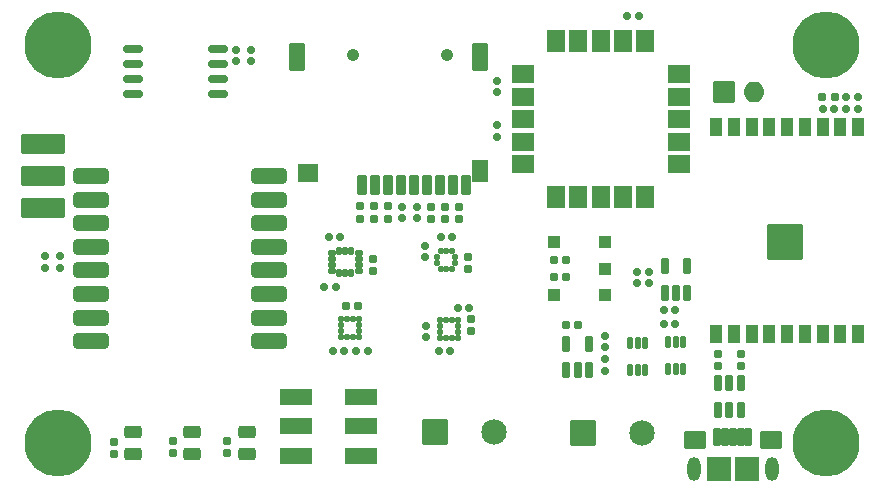
<source format=gbr>
%TF.GenerationSoftware,KiCad,Pcbnew,8.0.2*%
%TF.CreationDate,2024-05-15T15:04:27-04:00*%
%TF.ProjectId,stargazer,73746172-6761-47a6-9572-2e6b69636164,rev?*%
%TF.SameCoordinates,Original*%
%TF.FileFunction,Soldermask,Top*%
%TF.FilePolarity,Negative*%
%FSLAX46Y46*%
G04 Gerber Fmt 4.6, Leading zero omitted, Abs format (unit mm)*
G04 Created by KiCad (PCBNEW 8.0.2) date 2024-05-15 15:04:27*
%MOMM*%
%LPD*%
G01*
G04 APERTURE LIST*
G04 Aperture macros list*
%AMRoundRect*
0 Rectangle with rounded corners*
0 $1 Rounding radius*
0 $2 $3 $4 $5 $6 $7 $8 $9 X,Y pos of 4 corners*
0 Add a 4 corners polygon primitive as box body*
4,1,4,$2,$3,$4,$5,$6,$7,$8,$9,$2,$3,0*
0 Add four circle primitives for the rounded corners*
1,1,$1+$1,$2,$3*
1,1,$1+$1,$4,$5*
1,1,$1+$1,$6,$7*
1,1,$1+$1,$8,$9*
0 Add four rect primitives between the rounded corners*
20,1,$1+$1,$2,$3,$4,$5,0*
20,1,$1+$1,$4,$5,$6,$7,0*
20,1,$1+$1,$6,$7,$8,$9,0*
20,1,$1+$1,$8,$9,$2,$3,0*%
G04 Aperture macros list end*
%ADD10RoundRect,0.038000X-0.450000X0.750000X-0.450000X-0.750000X0.450000X-0.750000X0.450000X0.750000X0*%
%ADD11C,0.676000*%
%ADD12RoundRect,0.038000X-1.450000X1.450000X-1.450000X-1.450000X1.450000X-1.450000X1.450000X1.450000X0*%
%ADD13RoundRect,0.154000X-0.154000X-0.204000X0.154000X-0.204000X0.154000X0.204000X-0.154000X0.204000X0*%
%ADD14RoundRect,0.102000X-0.975000X-0.975000X0.975000X-0.975000X0.975000X0.975000X-0.975000X0.975000X0*%
%ADD15C,2.154000*%
%ADD16RoundRect,0.336500X1.176500X0.336500X-1.176500X0.336500X-1.176500X-0.336500X1.176500X-0.336500X0*%
%ADD17RoundRect,0.159000X0.189000X-0.159000X0.189000X0.159000X-0.189000X0.159000X-0.189000X-0.159000X0*%
%ADD18RoundRect,0.159000X-0.159000X-0.189000X0.159000X-0.189000X0.159000X0.189000X-0.159000X0.189000X0*%
%ADD19RoundRect,0.154000X-0.204000X0.154000X-0.204000X-0.154000X0.204000X-0.154000X0.204000X0.154000X0*%
%ADD20C,5.676000*%
%ADD21RoundRect,0.154000X0.204000X-0.154000X0.204000X0.154000X-0.204000X0.154000X-0.204000X-0.154000X0*%
%ADD22RoundRect,0.159000X-0.189000X0.159000X-0.189000X-0.159000X0.189000X-0.159000X0.189000X0.159000X0*%
%ADD23RoundRect,0.169000X0.169000X-0.531500X0.169000X0.531500X-0.169000X0.531500X-0.169000X-0.531500X0*%
%ADD24RoundRect,0.038000X0.500000X0.500000X-0.500000X0.500000X-0.500000X-0.500000X0.500000X-0.500000X0*%
%ADD25RoundRect,0.102000X1.250000X-0.600000X1.250000X0.600000X-1.250000X0.600000X-1.250000X-0.600000X0*%
%ADD26RoundRect,0.262750X0.475250X-0.262750X0.475250X0.262750X-0.475250X0.262750X-0.475250X-0.262750X0*%
%ADD27RoundRect,0.038000X-0.175000X0.187500X-0.175000X-0.187500X0.175000X-0.187500X0.175000X0.187500X0*%
%ADD28RoundRect,0.038000X-0.187500X-0.175000X0.187500X-0.175000X0.187500X0.175000X-0.187500X0.175000X0*%
%ADD29RoundRect,0.169000X0.669000X0.169000X-0.669000X0.169000X-0.669000X-0.169000X0.669000X-0.169000X0*%
%ADD30RoundRect,0.159000X0.159000X0.189000X-0.159000X0.189000X-0.159000X-0.189000X0.159000X-0.189000X0*%
%ADD31RoundRect,0.106500X0.244000X0.106500X-0.244000X0.106500X-0.244000X-0.106500X0.244000X-0.106500X0*%
%ADD32RoundRect,0.106500X0.106500X0.244000X-0.106500X0.244000X-0.106500X-0.244000X0.106500X-0.244000X0*%
%ADD33C,1.066600*%
%ADD34RoundRect,0.038000X0.355600X0.800100X-0.355600X0.800100X-0.355600X-0.800100X0.355600X-0.800100X0*%
%ADD35RoundRect,0.038000X0.596900X1.104900X-0.596900X1.104900X-0.596900X-1.104900X0.596900X-1.104900X0*%
%ADD36RoundRect,0.038000X0.596900X0.900000X-0.596900X0.900000X-0.596900X-0.900000X0.596900X-0.900000X0*%
%ADD37RoundRect,0.038000X0.800100X0.749300X-0.800100X0.749300X-0.800100X-0.749300X0.800100X-0.749300X0*%
%ADD38RoundRect,0.038000X0.177800X-0.425450X0.177800X0.425450X-0.177800X0.425450X-0.177800X-0.425450X0*%
%ADD39RoundRect,0.038000X0.850000X-0.850000X0.850000X0.850000X-0.850000X0.850000X-0.850000X-0.850000X0*%
%ADD40O,1.776000X1.776000*%
%ADD41RoundRect,0.102000X-1.750000X-0.750000X1.750000X-0.750000X1.750000X0.750000X-1.750000X0.750000X0*%
%ADD42RoundRect,0.000001X-0.900000X-0.750000X0.900000X-0.750000X0.900000X0.750000X-0.900000X0.750000X0*%
%ADD43RoundRect,0.000001X-0.750000X-0.900000X0.750000X-0.900000X0.750000X0.900000X-0.750000X0.900000X0*%
%ADD44RoundRect,0.154000X0.154000X0.204000X-0.154000X0.204000X-0.154000X-0.204000X0.154000X-0.204000X0*%
%ADD45RoundRect,0.038000X0.175000X-0.187500X0.175000X0.187500X-0.175000X0.187500X-0.175000X-0.187500X0*%
%ADD46RoundRect,0.106500X-0.144000X-0.106500X0.144000X-0.106500X0.144000X0.106500X-0.144000X0.106500X0*%
%ADD47RoundRect,0.106500X-0.106500X-0.144000X0.106500X-0.144000X0.106500X0.144000X-0.106500X0.144000X0*%
%ADD48RoundRect,0.102000X-0.200000X-0.675000X0.200000X-0.675000X0.200000X0.675000X-0.200000X0.675000X0*%
%ADD49O,1.104000X2.004000*%
%ADD50RoundRect,0.102000X-0.800000X-0.700000X0.800000X-0.700000X0.800000X0.700000X-0.800000X0.700000X0*%
%ADD51RoundRect,0.102000X-0.950000X-0.950000X0.950000X-0.950000X0.950000X0.950000X-0.950000X0.950000X0*%
G04 APERTURE END LIST*
D10*
%TO.C,U1*%
X180210000Y-84800000D03*
X178710000Y-84800000D03*
X177210000Y-84800000D03*
X175710000Y-84800000D03*
X174210000Y-84800000D03*
X172710000Y-84800000D03*
X171210000Y-84800000D03*
X169710000Y-84800000D03*
X168210000Y-84800000D03*
X168210000Y-102300000D03*
X169710000Y-102300000D03*
X171210000Y-102300000D03*
X172710000Y-102300000D03*
X174210000Y-102300000D03*
X175710000Y-102300000D03*
X177210000Y-102300000D03*
X178710000Y-102300000D03*
X180210000Y-102300000D03*
D11*
X174560000Y-93410000D03*
X173460000Y-93410000D03*
X175110000Y-93960000D03*
X174010000Y-93960000D03*
X172910000Y-93960000D03*
X174560000Y-94510000D03*
D12*
X174010000Y-94510000D03*
D11*
X173460000Y-94510000D03*
X175110000Y-95060000D03*
X174010000Y-95060000D03*
X172910000Y-95060000D03*
X174560000Y-95610000D03*
X173460000Y-95610000D03*
%TD*%
D13*
%TO.C,R6*%
X154490000Y-96000000D03*
X155510000Y-96000000D03*
%TD*%
D14*
%TO.C,J4*%
X144362500Y-110600000D03*
D15*
X149362500Y-110600000D03*
%TD*%
D16*
%TO.C,U9*%
X130325000Y-102900000D03*
X130325000Y-100900000D03*
X130325000Y-98900000D03*
X130325000Y-96900000D03*
X130325000Y-94900000D03*
X130325000Y-92900000D03*
X130325000Y-90900000D03*
X130325000Y-88900000D03*
X115275000Y-88900000D03*
X115275000Y-90900000D03*
X115275000Y-92900000D03*
X115275000Y-94900000D03*
X115275000Y-96900000D03*
X115275000Y-98900000D03*
X115275000Y-100900000D03*
X115275000Y-102900000D03*
%TD*%
D17*
%TO.C,C16*%
X112610000Y-96680000D03*
X112610000Y-95720000D03*
%TD*%
D18*
%TO.C,C18*%
X144870000Y-94100000D03*
X145830000Y-94100000D03*
%TD*%
D19*
%TO.C,R19*%
X139162500Y-95940000D03*
X139162500Y-96960000D03*
%TD*%
D20*
%TO.C,H2*%
X112510000Y-111550000D03*
%TD*%
D19*
%TO.C,R3*%
X170260000Y-103985500D03*
X170260000Y-105005500D03*
%TD*%
D18*
%TO.C,C22*%
X135720000Y-103700000D03*
X136680000Y-103700000D03*
%TD*%
D21*
%TO.C,R18*%
X147200000Y-96797500D03*
X147200000Y-95777500D03*
%TD*%
D22*
%TO.C,C9*%
X161500000Y-97020000D03*
X161500000Y-97980000D03*
%TD*%
D19*
%TO.C,R16*%
X138034700Y-91490000D03*
X138034700Y-92510000D03*
%TD*%
D23*
%TO.C,U3*%
X168360000Y-108725000D03*
X169310000Y-108725000D03*
X170260000Y-108725000D03*
X170260000Y-106450000D03*
X169310000Y-106450000D03*
X168360000Y-106450000D03*
%TD*%
D24*
%TO.C,TP3*%
X158750000Y-96750000D03*
%TD*%
D19*
%TO.C,R13*%
X144034700Y-91506800D03*
X144034700Y-92526800D03*
%TD*%
D18*
%TO.C,C23*%
X146322500Y-100050000D03*
X147282500Y-100050000D03*
%TD*%
D25*
%TO.C,SW1*%
X138160000Y-112600000D03*
X138160000Y-110100000D03*
X138160000Y-107600000D03*
X132660000Y-112600000D03*
X132660000Y-110100000D03*
X132660000Y-107600000D03*
%TD*%
D21*
%TO.C,R8*%
X117200000Y-112410000D03*
X117200000Y-111390000D03*
%TD*%
D26*
%TO.C,D4*%
X128460000Y-112437500D03*
X128460000Y-110562500D03*
%TD*%
D13*
%TO.C,R9*%
X136890000Y-99900000D03*
X137910000Y-99900000D03*
%TD*%
D27*
%TO.C,U11*%
X137950000Y-101037500D03*
X137450000Y-101037500D03*
X136950000Y-101037500D03*
X136450000Y-101037500D03*
D28*
X136437500Y-101550000D03*
X136437500Y-102050000D03*
D27*
X136450000Y-102562500D03*
X136950000Y-102562500D03*
X137450000Y-102562500D03*
X137950000Y-102562500D03*
D28*
X137962500Y-102050000D03*
X137962500Y-101550000D03*
%TD*%
D20*
%TO.C,H4*%
X177510000Y-111550000D03*
%TD*%
D21*
%TO.C,R10*%
X126800000Y-112400000D03*
X126800000Y-111380000D03*
%TD*%
D18*
%TO.C,C26*%
X135432500Y-94100000D03*
X136392500Y-94100000D03*
%TD*%
D23*
%TO.C,U2*%
X155510000Y-105375000D03*
X156460000Y-105375000D03*
X157410000Y-105375000D03*
X157410000Y-103100000D03*
X155510000Y-103100000D03*
%TD*%
D19*
%TO.C,R15*%
X139234700Y-91490000D03*
X139234700Y-92510000D03*
%TD*%
D14*
%TO.C,J1*%
X156910000Y-110650000D03*
D15*
X161910000Y-110650000D03*
%TD*%
D17*
%TO.C,C15*%
X111410000Y-96680000D03*
X111410000Y-95720000D03*
%TD*%
D24*
%TO.C,TP5*%
X154500000Y-94500000D03*
%TD*%
D29*
%TO.C,U7*%
X126010000Y-81970000D03*
X126010000Y-80700000D03*
X126010000Y-79430000D03*
X126010000Y-78160000D03*
X118810000Y-78160000D03*
X118810000Y-79430000D03*
X118810000Y-80700000D03*
X118810000Y-81970000D03*
%TD*%
D21*
%TO.C,R7*%
X122200000Y-112400000D03*
X122200000Y-111380000D03*
%TD*%
D22*
%TO.C,C3*%
X158810000Y-102420000D03*
X158810000Y-103380000D03*
%TD*%
D30*
%TO.C,C24*%
X135992500Y-98300000D03*
X135032500Y-98300000D03*
%TD*%
D17*
%TO.C,C14*%
X128810000Y-79160000D03*
X128810000Y-78200000D03*
%TD*%
D31*
%TO.C,U13*%
X137962500Y-96950000D03*
X137962500Y-96450000D03*
X137962500Y-95950000D03*
X137962500Y-95450000D03*
D32*
X137300000Y-95287500D03*
X136800000Y-95287500D03*
X136300000Y-95287500D03*
D31*
X135637500Y-95450000D03*
X135637500Y-95950000D03*
X135637500Y-96450000D03*
X135637500Y-96950000D03*
D32*
X136300000Y-97112500D03*
X136800000Y-97112500D03*
X137300000Y-97112500D03*
%TD*%
D30*
%TO.C,C5*%
X178190000Y-83200000D03*
X177230000Y-83200000D03*
%TD*%
D17*
%TO.C,C4*%
X158810000Y-105380000D03*
X158810000Y-104420000D03*
%TD*%
D22*
%TO.C,C11*%
X149660000Y-84620000D03*
X149660000Y-85580000D03*
%TD*%
%TO.C,C8*%
X162500000Y-97020000D03*
X162500000Y-97980000D03*
%TD*%
D30*
%TO.C,C20*%
X138680000Y-103700000D03*
X137720000Y-103700000D03*
%TD*%
D17*
%TO.C,C21*%
X143562500Y-95780000D03*
X143562500Y-94820000D03*
%TD*%
D33*
%TO.C,J6*%
X145434708Y-78696798D03*
X137434708Y-78696798D03*
D34*
X138234707Y-89696799D03*
X139334708Y-89696799D03*
X140434708Y-89696799D03*
X141534709Y-89696799D03*
X142634709Y-89696799D03*
X143734709Y-89696799D03*
X144834710Y-89696799D03*
X145934710Y-89696799D03*
X147034710Y-89696799D03*
D35*
X148234700Y-78868246D03*
D36*
X148231602Y-88495404D03*
D37*
X133634616Y-88646096D03*
D35*
X132734700Y-78868246D03*
%TD*%
D38*
%TO.C,U5*%
X160910001Y-105299950D03*
X161560000Y-105299950D03*
X162209999Y-105299950D03*
X162209999Y-103026650D03*
X161560000Y-103026650D03*
X160910001Y-103026650D03*
%TD*%
D13*
%TO.C,R1*%
X155500000Y-101500000D03*
X156520000Y-101500000D03*
%TD*%
D38*
%TO.C,U4*%
X164110001Y-105226650D03*
X164760000Y-105226650D03*
X165409999Y-105226650D03*
X165409999Y-102953350D03*
X164760000Y-102953350D03*
X164110001Y-102953350D03*
%TD*%
D22*
%TO.C,C17*%
X141634700Y-91520000D03*
X141634700Y-92480000D03*
%TD*%
D24*
%TO.C,TP2*%
X158750000Y-94500000D03*
%TD*%
D20*
%TO.C,H3*%
X177510000Y-77800000D03*
%TD*%
D39*
%TO.C,J3*%
X168860000Y-81775000D03*
D40*
X171400000Y-81775000D03*
%TD*%
D30*
%TO.C,C1*%
X180190000Y-82200000D03*
X179230000Y-82200000D03*
%TD*%
D41*
%TO.C,J5*%
X111200000Y-88900000D03*
X111200000Y-86200000D03*
X111200000Y-91600000D03*
%TD*%
D30*
%TO.C,C25*%
X145692500Y-103725000D03*
X144732500Y-103725000D03*
%TD*%
D23*
%TO.C,U6*%
X163860000Y-98837500D03*
X164810000Y-98837500D03*
X165760000Y-98837500D03*
X165760000Y-96562500D03*
X163860000Y-96562500D03*
%TD*%
D42*
%TO.C,U8*%
X151810000Y-80300000D03*
X151810000Y-82200000D03*
X151810000Y-84100000D03*
X151810000Y-86000000D03*
X151810000Y-87900000D03*
D43*
X154610000Y-90700000D03*
X156510000Y-90700000D03*
X158410000Y-90700000D03*
X160310000Y-90700000D03*
X162210000Y-90700000D03*
D42*
X165010000Y-87900000D03*
X165010000Y-86000000D03*
X165010000Y-84100000D03*
X165010000Y-82200000D03*
X165010000Y-80300000D03*
D43*
X162210000Y-77500000D03*
X160310000Y-77500000D03*
X158410000Y-77500000D03*
X156510000Y-77500000D03*
X154610000Y-77500000D03*
%TD*%
D24*
%TO.C,TP4*%
X154500000Y-99000000D03*
%TD*%
D26*
%TO.C,D2*%
X118800000Y-112427500D03*
X118800000Y-110552500D03*
%TD*%
D30*
%TO.C,C2*%
X180190000Y-83200000D03*
X179230000Y-83200000D03*
%TD*%
D19*
%TO.C,R14*%
X140434700Y-91490000D03*
X140434700Y-92510000D03*
%TD*%
D24*
%TO.C,TP1*%
X158750000Y-99000000D03*
%TD*%
D19*
%TO.C,R11*%
X146434700Y-91506800D03*
X146434700Y-92526800D03*
%TD*%
%TO.C,R12*%
X145234700Y-91506800D03*
X145234700Y-92526800D03*
%TD*%
D18*
%TO.C,C6*%
X163780000Y-100262500D03*
X164740000Y-100262500D03*
%TD*%
%TO.C,C7*%
X163780000Y-101462500D03*
X164740000Y-101462500D03*
%TD*%
D17*
%TO.C,C12*%
X127560000Y-79160000D03*
X127560000Y-78200000D03*
%TD*%
D18*
%TO.C,C13*%
X160680000Y-75350000D03*
X161640000Y-75350000D03*
%TD*%
D17*
%TO.C,C27*%
X143612500Y-102555000D03*
X143612500Y-101595000D03*
%TD*%
D19*
%TO.C,R4*%
X168360000Y-103985500D03*
X168360000Y-105005500D03*
%TD*%
D44*
%TO.C,R2*%
X178220000Y-82200000D03*
X177200000Y-82200000D03*
%TD*%
D28*
%TO.C,U12*%
X144787500Y-101087500D03*
X144787500Y-101587500D03*
X144787500Y-102087500D03*
X144787500Y-102587500D03*
D45*
X145300000Y-102600000D03*
X145800000Y-102600000D03*
D28*
X146312500Y-102587500D03*
X146312500Y-102087500D03*
X146312500Y-101587500D03*
X146312500Y-101087500D03*
D45*
X145800000Y-101075000D03*
X145300000Y-101075000D03*
%TD*%
D26*
%TO.C,D1*%
X123860000Y-112437500D03*
X123860000Y-110562500D03*
%TD*%
D19*
%TO.C,R17*%
X147412500Y-101015000D03*
X147412500Y-102035000D03*
%TD*%
D22*
%TO.C,C19*%
X142834700Y-91520000D03*
X142834700Y-92480000D03*
%TD*%
D46*
%TO.C,U10*%
X144600000Y-95800000D03*
X144600000Y-96300000D03*
D47*
X144862500Y-96812500D03*
X145362500Y-96812500D03*
X145862500Y-96812500D03*
D46*
X146125000Y-96300000D03*
X146125000Y-95800000D03*
D47*
X145862500Y-95287500D03*
X145362500Y-95287500D03*
X144862500Y-95287500D03*
%TD*%
D13*
%TO.C,R5*%
X154490000Y-97500000D03*
X155510000Y-97500000D03*
%TD*%
D48*
%TO.C,J2*%
X168310000Y-111025000D03*
X168960000Y-111025000D03*
X169610000Y-111025000D03*
X170260000Y-111025000D03*
X170910000Y-111025000D03*
D49*
X166310000Y-113700000D03*
D50*
X166410000Y-111250000D03*
D51*
X168410000Y-113700000D03*
X170810000Y-113700000D03*
D50*
X172810000Y-111250000D03*
D49*
X172910000Y-113700000D03*
%TD*%
D20*
%TO.C,H1*%
X112510000Y-77800000D03*
%TD*%
D17*
%TO.C,C10*%
X149660000Y-81830000D03*
X149660000Y-80870000D03*
%TD*%
M02*

</source>
